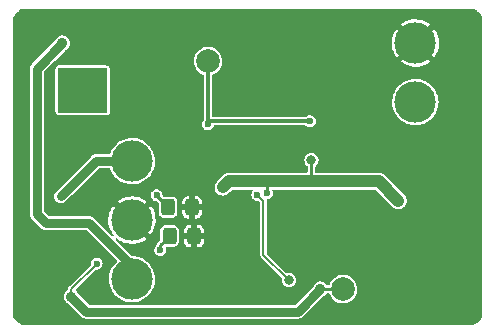
<source format=gbr>
G04 #@! TF.GenerationSoftware,KiCad,Pcbnew,(6.0.9-0)*
G04 #@! TF.CreationDate,2023-07-05T23:25:05+02:00*
G04 #@! TF.ProjectId,dcdc_7909,64636463-5f37-4393-9039-2e6b69636164,2.0*
G04 #@! TF.SameCoordinates,Original*
G04 #@! TF.FileFunction,Copper,L2,Bot*
G04 #@! TF.FilePolarity,Positive*
%FSLAX46Y46*%
G04 Gerber Fmt 4.6, Leading zero omitted, Abs format (unit mm)*
G04 Created by KiCad (PCBNEW (6.0.9-0)) date 2023-07-05 23:25:05*
%MOMM*%
%LPD*%
G01*
G04 APERTURE LIST*
G04 Aperture macros list*
%AMRoundRect*
0 Rectangle with rounded corners*
0 $1 Rounding radius*
0 $2 $3 $4 $5 $6 $7 $8 $9 X,Y pos of 4 corners*
0 Add a 4 corners polygon primitive as box body*
4,1,4,$2,$3,$4,$5,$6,$7,$8,$9,$2,$3,0*
0 Add four circle primitives for the rounded corners*
1,1,$1+$1,$2,$3*
1,1,$1+$1,$4,$5*
1,1,$1+$1,$6,$7*
1,1,$1+$1,$8,$9*
0 Add four rect primitives between the rounded corners*
20,1,$1+$1,$2,$3,$4,$5,0*
20,1,$1+$1,$4,$5,$6,$7,0*
20,1,$1+$1,$6,$7,$8,$9,0*
20,1,$1+$1,$8,$9,$2,$3,0*%
G04 Aperture macros list end*
G04 #@! TA.AperFunction,ComponentPad*
%ADD10C,3.500120*%
G04 #@! TD*
G04 #@! TA.AperFunction,SMDPad,CuDef*
%ADD11RoundRect,0.250000X0.325000X0.450000X-0.325000X0.450000X-0.325000X-0.450000X0.325000X-0.450000X0*%
G04 #@! TD*
G04 #@! TA.AperFunction,SMDPad,CuDef*
%ADD12RoundRect,0.250000X-0.325000X-0.450000X0.325000X-0.450000X0.325000X0.450000X-0.325000X0.450000X0*%
G04 #@! TD*
G04 #@! TA.AperFunction,SMDPad,CuDef*
%ADD13C,2.000000*%
G04 #@! TD*
G04 #@! TA.AperFunction,ViaPad*
%ADD14C,0.600000*%
G04 #@! TD*
G04 #@! TA.AperFunction,ViaPad*
%ADD15C,0.800000*%
G04 #@! TD*
G04 #@! TA.AperFunction,ViaPad*
%ADD16C,0.900000*%
G04 #@! TD*
G04 #@! TA.AperFunction,ViaPad*
%ADD17C,0.700000*%
G04 #@! TD*
G04 #@! TA.AperFunction,Conductor*
%ADD18C,1.016000*%
G04 #@! TD*
G04 #@! TA.AperFunction,Conductor*
%ADD19C,0.254000*%
G04 #@! TD*
G04 #@! TA.AperFunction,Conductor*
%ADD20C,0.250000*%
G04 #@! TD*
G04 #@! TA.AperFunction,Conductor*
%ADD21C,0.152400*%
G04 #@! TD*
G04 #@! TA.AperFunction,Conductor*
%ADD22C,0.762000*%
G04 #@! TD*
G04 #@! TA.AperFunction,Conductor*
%ADD23C,0.304800*%
G04 #@! TD*
G04 APERTURE END LIST*
D10*
X89200000Y-67010000D03*
X89200000Y-72010000D03*
X113200000Y-62010000D03*
X113200000Y-57010000D03*
X89200000Y-77010000D03*
D11*
X94302800Y-70916800D03*
X92252800Y-70916800D03*
D12*
X92387200Y-73355200D03*
X94437200Y-73355200D03*
D13*
X95631000Y-58547000D03*
X107061000Y-77851000D03*
D14*
X100629844Y-69723000D03*
D15*
X104394000Y-66929000D03*
D16*
X96901000Y-69215000D03*
X111760000Y-70358000D03*
D15*
X84963000Y-57525500D03*
D17*
X83841000Y-73985000D03*
D14*
X117475000Y-78359000D03*
X79756000Y-57658000D03*
X100457000Y-61341000D03*
X114935000Y-80010000D03*
X86360000Y-78105000D03*
X117475000Y-80010000D03*
X117475000Y-75289500D03*
X79756000Y-60198000D03*
X105664000Y-70993000D03*
X100330000Y-55118000D03*
D17*
X82317000Y-73985000D03*
D14*
X107442000Y-63373000D03*
X103632000Y-70358000D03*
X109728000Y-70231000D03*
X98933000Y-60071000D03*
X97790000Y-72136000D03*
X80010000Y-76200000D03*
X79756000Y-78486000D03*
X110490000Y-57150000D03*
X107950000Y-55118000D03*
X92710000Y-57150000D03*
X107442000Y-60960000D03*
X79756000Y-61468000D03*
X106045000Y-73914000D03*
X108331000Y-63373000D03*
X83058000Y-80010000D03*
X97790000Y-77470000D03*
X90932000Y-65125600D03*
X110490000Y-77470000D03*
X102870000Y-55118000D03*
D17*
X85365000Y-74747000D03*
D14*
X108331000Y-60960000D03*
X107950000Y-57150000D03*
X84074000Y-66548000D03*
X95250000Y-55880000D03*
D17*
X84603000Y-73985000D03*
D14*
X109347000Y-73152000D03*
X109220000Y-80010000D03*
D17*
X82317000Y-74747000D03*
D14*
X109982000Y-64262000D03*
X105410000Y-55118000D03*
X97790000Y-65532000D03*
X99568000Y-74422000D03*
X105410000Y-57150000D03*
X79502000Y-65024000D03*
X99568000Y-78486000D03*
X102616000Y-70358000D03*
X88138000Y-69596000D03*
X94208000Y-78740000D03*
X114921000Y-75289500D03*
X110490000Y-55118000D03*
X103632000Y-74295000D03*
X97790000Y-55118000D03*
X97790000Y-78486000D03*
X94234000Y-77216000D03*
X104394000Y-65405000D03*
X79756000Y-58928000D03*
X100457000Y-62865000D03*
X103124000Y-71120000D03*
X97790000Y-67056000D03*
X102616000Y-69723000D03*
X103886000Y-76962000D03*
D17*
X85365000Y-73985000D03*
D14*
X96520000Y-64770000D03*
D17*
X83841000Y-74747000D03*
D14*
X90932000Y-63398400D03*
D17*
X84603000Y-74747000D03*
D14*
X86360000Y-65532000D03*
X113030000Y-64770000D03*
X111760000Y-64770000D03*
X100330000Y-57150000D03*
X112395000Y-75289500D03*
X102870000Y-57150000D03*
X118110000Y-62865000D03*
X117475000Y-74019500D03*
X97790000Y-57150000D03*
X80772000Y-80010000D03*
X90170000Y-57150000D03*
D17*
X83079000Y-73985000D03*
D14*
X106680000Y-80010000D03*
X103632000Y-69723000D03*
X111760000Y-68453000D03*
X97790000Y-70358000D03*
X79756000Y-62738000D03*
D17*
X83079000Y-74747000D03*
D14*
X111760000Y-80010000D03*
X88900000Y-58674000D03*
X105029000Y-60071000D03*
X112395000Y-74019500D03*
X114817000Y-66548000D03*
X99568000Y-64770000D03*
X96012000Y-73914000D03*
X92710000Y-55118000D03*
X90170000Y-55118000D03*
X114921000Y-74019500D03*
D15*
X102489000Y-77089000D03*
D14*
X99822000Y-69850000D03*
X86207600Y-75692000D03*
D16*
X105156000Y-77851000D03*
X84074000Y-78486000D03*
D17*
X86169500Y-61462500D03*
X86169500Y-60700500D03*
X85407500Y-60700500D03*
X85407500Y-61462500D03*
X84645500Y-61462500D03*
X84645500Y-60700500D03*
X83883500Y-60700500D03*
X83883500Y-61462500D03*
D14*
X95631000Y-63881000D03*
X104267000Y-63627000D03*
X83185000Y-69977000D03*
D16*
X83312000Y-57023000D03*
D14*
X91287600Y-69900800D03*
X91592400Y-74523600D03*
D18*
X97409000Y-68707000D02*
X96901000Y-69215000D01*
D19*
X104394000Y-68453000D02*
X104140000Y-68707000D01*
D20*
X100629844Y-69723000D02*
X100629844Y-68788156D01*
D19*
X104394000Y-66929000D02*
X104394000Y-68453000D01*
D18*
X100711000Y-68707000D02*
X97409000Y-68707000D01*
D20*
X100629844Y-68788156D02*
X100711000Y-68707000D01*
D18*
X104140000Y-68707000D02*
X100711000Y-68707000D01*
X110109000Y-68707000D02*
X111760000Y-70358000D01*
X104140000Y-68707000D02*
X110109000Y-68707000D01*
D21*
X100330000Y-74930000D02*
X100330000Y-70358000D01*
X100330000Y-70358000D02*
X99822000Y-69850000D01*
X100330000Y-74930000D02*
X102489000Y-77089000D01*
X84074000Y-77825600D02*
X84074000Y-78486000D01*
D22*
X105156000Y-77851000D02*
X103251000Y-79756000D01*
X103251000Y-79756000D02*
X85344000Y-79756000D01*
X85344000Y-79756000D02*
X84074000Y-78486000D01*
D21*
X86207600Y-75692000D02*
X84074000Y-77825600D01*
D19*
X107061000Y-77851000D02*
X105156000Y-77851000D01*
D23*
X95631000Y-58547000D02*
X95631000Y-63881000D01*
X95885000Y-63627000D02*
X95631000Y-63881000D01*
X104267000Y-63627000D02*
X95885000Y-63627000D01*
D22*
X86152000Y-67010000D02*
X83185000Y-69977000D01*
X89200000Y-67010000D02*
X86152000Y-67010000D01*
X85598000Y-72263000D02*
X89200000Y-75865000D01*
X83312000Y-57023000D02*
X81153000Y-59182000D01*
X81153000Y-71501000D02*
X81915000Y-72263000D01*
X81915000Y-72263000D02*
X85598000Y-72263000D01*
X89200000Y-75865000D02*
X89200000Y-77010000D01*
X81153000Y-59182000D02*
X81153000Y-71501000D01*
D19*
X91287600Y-69951600D02*
X92252800Y-70916800D01*
X91287600Y-69900800D02*
X91287600Y-69951600D01*
X91592400Y-74523600D02*
X91592400Y-74150000D01*
X91592400Y-74150000D02*
X92387200Y-73355200D01*
G04 #@! TA.AperFunction,Conductor*
G36*
X118169242Y-54133626D02*
G01*
X118175523Y-54136228D01*
X118186030Y-54141581D01*
X118376644Y-54258390D01*
X118386173Y-54265314D01*
X118485446Y-54350102D01*
X118556160Y-54410497D01*
X118564503Y-54418840D01*
X118709686Y-54588827D01*
X118716610Y-54598356D01*
X118833417Y-54788966D01*
X118838772Y-54799477D01*
X118841374Y-54805758D01*
X118847100Y-54834539D01*
X118847100Y-80140461D01*
X118841374Y-80169242D01*
X118838772Y-80175523D01*
X118833419Y-80186030D01*
X118716610Y-80376644D01*
X118709686Y-80386173D01*
X118624898Y-80485446D01*
X118564503Y-80556160D01*
X118556160Y-80564503D01*
X118386173Y-80709686D01*
X118376644Y-80716610D01*
X118186030Y-80833419D01*
X118175523Y-80838772D01*
X118169242Y-80841374D01*
X118140461Y-80847100D01*
X79859539Y-80847100D01*
X79830758Y-80841374D01*
X79824477Y-80838772D01*
X79813970Y-80833419D01*
X79623356Y-80716610D01*
X79613827Y-80709686D01*
X79443840Y-80564503D01*
X79435497Y-80556160D01*
X79375102Y-80485446D01*
X79290314Y-80386173D01*
X79283390Y-80376644D01*
X79166581Y-80186030D01*
X79161228Y-80175523D01*
X79158626Y-80169242D01*
X79152900Y-80140461D01*
X79152900Y-78479138D01*
X83418758Y-78479138D01*
X83419255Y-78483640D01*
X83419255Y-78483644D01*
X83426957Y-78553407D01*
X83436035Y-78635633D01*
X83437591Y-78639885D01*
X83437592Y-78639889D01*
X83463175Y-78709796D01*
X83490143Y-78783490D01*
X83492667Y-78787246D01*
X83492669Y-78787250D01*
X83575432Y-78910414D01*
X83575435Y-78910418D01*
X83577958Y-78914172D01*
X83581310Y-78917222D01*
X83691053Y-79017081D01*
X83691056Y-79017083D01*
X83694410Y-79020135D01*
X83698396Y-79022299D01*
X83698397Y-79022300D01*
X83758358Y-79054856D01*
X83832776Y-79095262D01*
X83851205Y-79100097D01*
X83885294Y-79119660D01*
X84902380Y-80136746D01*
X84908865Y-80144140D01*
X84929269Y-80170731D01*
X84933176Y-80173729D01*
X84959762Y-80194129D01*
X84959769Y-80194135D01*
X85050741Y-80263939D01*
X85192198Y-80322533D01*
X85197076Y-80323175D01*
X85197079Y-80323176D01*
X85247319Y-80329790D01*
X85305884Y-80337500D01*
X85305886Y-80337500D01*
X85344000Y-80342518D01*
X85377230Y-80338143D01*
X85387046Y-80337500D01*
X103207953Y-80337500D01*
X103217768Y-80338143D01*
X103251000Y-80342518D01*
X103255884Y-80341875D01*
X103397921Y-80323176D01*
X103397924Y-80323175D01*
X103402802Y-80322533D01*
X103407349Y-80320649D01*
X103407351Y-80320649D01*
X103473530Y-80293237D01*
X103544259Y-80263940D01*
X103635231Y-80194135D01*
X103635234Y-80194132D01*
X103665731Y-80170731D01*
X103686135Y-80144140D01*
X103692620Y-80136746D01*
X105341765Y-78487600D01*
X105369469Y-78470019D01*
X105373549Y-78468550D01*
X105377968Y-78467538D01*
X105518625Y-78396795D01*
X105638348Y-78294542D01*
X105640990Y-78290865D01*
X105640993Y-78290862D01*
X105699230Y-78209817D01*
X105741724Y-78180830D01*
X105760298Y-78178500D01*
X105846987Y-78178500D01*
X105895325Y-78196093D01*
X105919873Y-78235190D01*
X105924511Y-78253452D01*
X106016883Y-78453821D01*
X106018879Y-78456645D01*
X106142232Y-78631187D01*
X106142235Y-78631191D01*
X106144222Y-78634002D01*
X106146689Y-78636405D01*
X106293307Y-78779235D01*
X106302264Y-78787961D01*
X106485717Y-78910540D01*
X106488879Y-78911899D01*
X106488880Y-78911899D01*
X106685270Y-78996275D01*
X106685272Y-78996276D01*
X106688436Y-78997635D01*
X106903632Y-79046329D01*
X107030785Y-79051325D01*
X107120654Y-79054856D01*
X107120657Y-79054856D01*
X107124098Y-79054991D01*
X107127503Y-79054497D01*
X107127508Y-79054497D01*
X107283130Y-79031932D01*
X107342452Y-79023331D01*
X107360864Y-79017081D01*
X107548116Y-78953518D01*
X107548119Y-78953516D01*
X107551379Y-78952410D01*
X107743884Y-78844602D01*
X107913518Y-78703518D01*
X108054602Y-78533884D01*
X108162410Y-78341379D01*
X108177311Y-78297484D01*
X108232221Y-78135722D01*
X108233331Y-78132452D01*
X108264991Y-77914098D01*
X108266643Y-77851000D01*
X108262107Y-77801630D01*
X108254450Y-77718309D01*
X108246454Y-77631289D01*
X108186565Y-77418936D01*
X108184447Y-77414640D01*
X108097951Y-77239245D01*
X108088980Y-77221053D01*
X107956967Y-77044267D01*
X107794949Y-76894499D01*
X107792038Y-76892662D01*
X107611261Y-76778600D01*
X107611255Y-76778597D01*
X107608350Y-76776764D01*
X107403421Y-76695006D01*
X107187024Y-76651962D01*
X107053457Y-76650214D01*
X106969849Y-76649119D01*
X106969848Y-76649119D01*
X106966406Y-76649074D01*
X106963015Y-76649657D01*
X106963011Y-76649657D01*
X106752349Y-76685855D01*
X106752347Y-76685855D01*
X106748957Y-76686438D01*
X106541957Y-76762804D01*
X106352341Y-76875614D01*
X106349748Y-76877888D01*
X106199103Y-77010000D01*
X106186457Y-77021090D01*
X106184323Y-77023796D01*
X106184321Y-77023799D01*
X106096900Y-77134694D01*
X106049863Y-77194360D01*
X106048260Y-77197408D01*
X106048258Y-77197410D01*
X105985898Y-77315937D01*
X105947131Y-77389620D01*
X105921986Y-77470600D01*
X105890850Y-77511546D01*
X105850169Y-77523500D01*
X105759840Y-77523500D01*
X105711502Y-77505907D01*
X105697866Y-77490894D01*
X105650099Y-77421393D01*
X105650098Y-77421392D01*
X105647531Y-77417657D01*
X105638437Y-77409554D01*
X105533363Y-77315937D01*
X105529976Y-77312919D01*
X105525971Y-77310799D01*
X105525969Y-77310797D01*
X105394839Y-77241367D01*
X105394838Y-77241367D01*
X105390831Y-77239245D01*
X105307397Y-77218288D01*
X105242529Y-77201994D01*
X105242525Y-77201994D01*
X105238128Y-77200889D01*
X105233594Y-77200865D01*
X105233592Y-77200865D01*
X105157885Y-77200469D01*
X105080684Y-77200065D01*
X104927588Y-77236820D01*
X104787679Y-77309032D01*
X104784265Y-77312010D01*
X104784261Y-77312013D01*
X104692754Y-77391841D01*
X104669034Y-77412533D01*
X104578501Y-77541348D01*
X104576853Y-77545575D01*
X104542832Y-77632835D01*
X104525943Y-77658692D01*
X103032160Y-79152474D01*
X102985540Y-79174214D01*
X102978986Y-79174500D01*
X85616014Y-79174500D01*
X85567676Y-79156907D01*
X85562840Y-79152474D01*
X84703774Y-78293408D01*
X84686603Y-78266815D01*
X84656314Y-78186656D01*
X84656313Y-78186654D01*
X84654710Y-78182412D01*
X84565531Y-78052657D01*
X84559780Y-78047533D01*
X84451936Y-77951447D01*
X84427549Y-77906155D01*
X84437980Y-77855784D01*
X84448787Y-77842126D01*
X86077658Y-76213255D01*
X86124278Y-76191515D01*
X86132210Y-76191242D01*
X86264737Y-76193672D01*
X86264739Y-76193672D01*
X86270099Y-76193770D01*
X86275270Y-76192360D01*
X86275272Y-76192360D01*
X86349483Y-76172127D01*
X86408417Y-76156060D01*
X86530591Y-76081045D01*
X86626800Y-75974754D01*
X86689310Y-75845733D01*
X86704469Y-75755633D01*
X86712614Y-75707222D01*
X86712615Y-75707215D01*
X86713096Y-75704354D01*
X86713247Y-75692000D01*
X86712835Y-75689121D01*
X86693682Y-75555379D01*
X86693681Y-75555376D01*
X86692923Y-75550082D01*
X86690708Y-75545210D01*
X86690707Y-75545207D01*
X86635803Y-75424453D01*
X86633584Y-75419572D01*
X86591718Y-75370984D01*
X86543494Y-75315017D01*
X86543491Y-75315014D01*
X86540000Y-75310963D01*
X86419695Y-75232985D01*
X86372694Y-75218929D01*
X86287473Y-75193442D01*
X86287470Y-75193442D01*
X86282339Y-75191907D01*
X86276984Y-75191874D01*
X86276982Y-75191874D01*
X86212859Y-75191482D01*
X86138976Y-75191031D01*
X86001129Y-75230428D01*
X85879880Y-75306930D01*
X85876335Y-75310943D01*
X85876336Y-75310943D01*
X85788523Y-75410372D01*
X85788521Y-75410375D01*
X85784977Y-75414388D01*
X85724047Y-75544163D01*
X85701991Y-75685823D01*
X85702685Y-75691130D01*
X85702685Y-75691133D01*
X85711120Y-75755633D01*
X85699943Y-75805844D01*
X85689729Y-75818558D01*
X83913663Y-77594624D01*
X83910124Y-77597679D01*
X83906167Y-77599613D01*
X83901448Y-77604700D01*
X83901447Y-77604701D01*
X83874981Y-77633232D01*
X83873023Y-77635264D01*
X83860145Y-77648142D01*
X83858184Y-77651000D01*
X83856790Y-77652678D01*
X83854086Y-77655757D01*
X83840787Y-77670093D01*
X83840786Y-77670095D01*
X83836065Y-77675184D01*
X83831479Y-77686681D01*
X83823644Y-77701352D01*
X83816644Y-77711556D01*
X83810711Y-77736556D01*
X83807390Y-77747056D01*
X83797868Y-77770924D01*
X83797300Y-77776717D01*
X83797300Y-77784267D01*
X83795268Y-77801630D01*
X83792843Y-77811850D01*
X83793779Y-77818728D01*
X83793779Y-77818729D01*
X83796613Y-77839552D01*
X83797300Y-77849693D01*
X83797300Y-77850931D01*
X83779707Y-77899269D01*
X83756590Y-77917755D01*
X83705679Y-77944032D01*
X83702265Y-77947010D01*
X83702261Y-77947013D01*
X83637992Y-78003079D01*
X83587034Y-78047533D01*
X83496501Y-78176348D01*
X83439309Y-78323039D01*
X83418758Y-78479138D01*
X79152900Y-78479138D01*
X79152900Y-71501000D01*
X80566482Y-71501000D01*
X80567125Y-71505884D01*
X80585358Y-71644377D01*
X80586467Y-71652802D01*
X80588351Y-71657349D01*
X80588351Y-71657351D01*
X80605334Y-71698351D01*
X80645060Y-71794259D01*
X80648058Y-71798166D01*
X80714862Y-71885228D01*
X80714868Y-71885234D01*
X80738269Y-71915731D01*
X80742176Y-71918729D01*
X80764859Y-71936134D01*
X80772254Y-71942620D01*
X81473377Y-72643742D01*
X81479863Y-72651138D01*
X81497268Y-72673821D01*
X81497271Y-72673824D01*
X81500269Y-72677731D01*
X81504176Y-72680729D01*
X81525801Y-72697322D01*
X81530770Y-72701135D01*
X81621741Y-72770940D01*
X81721767Y-72812371D01*
X81763198Y-72829533D01*
X81821304Y-72837183D01*
X81876882Y-72844500D01*
X81876885Y-72844500D01*
X81915000Y-72849518D01*
X81919884Y-72848875D01*
X81948232Y-72845143D01*
X81958047Y-72844500D01*
X85325986Y-72844500D01*
X85374324Y-72862093D01*
X85379160Y-72866526D01*
X87930970Y-75418335D01*
X87952710Y-75464955D01*
X87939396Y-75514642D01*
X87929705Y-75525920D01*
X87898824Y-75555379D01*
X87755608Y-75692000D01*
X87753620Y-75693896D01*
X87582609Y-75910822D01*
X87443869Y-76149680D01*
X87340169Y-76405704D01*
X87273577Y-76673785D01*
X87245423Y-76948575D01*
X87256268Y-77224590D01*
X87305895Y-77496324D01*
X87393315Y-77758354D01*
X87394500Y-77760725D01*
X87394501Y-77760728D01*
X87487583Y-77947013D01*
X87516783Y-78005452D01*
X87673836Y-78232688D01*
X87675637Y-78234637D01*
X87675640Y-78234640D01*
X87801585Y-78370887D01*
X87861339Y-78435529D01*
X88075553Y-78609926D01*
X88077826Y-78611294D01*
X88077831Y-78611298D01*
X88241436Y-78709796D01*
X88312203Y-78752401D01*
X88314640Y-78753433D01*
X88314644Y-78753435D01*
X88564116Y-78859073D01*
X88564121Y-78859075D01*
X88566566Y-78860110D01*
X88736837Y-78905256D01*
X88830999Y-78930223D01*
X88831001Y-78930223D01*
X88833568Y-78930904D01*
X88836201Y-78931216D01*
X88836203Y-78931216D01*
X88947597Y-78944400D01*
X89107881Y-78963371D01*
X89227081Y-78960562D01*
X89381372Y-78956926D01*
X89381376Y-78956926D01*
X89384033Y-78956863D01*
X89386655Y-78956427D01*
X89386661Y-78956426D01*
X89607513Y-78919666D01*
X89656512Y-78911510D01*
X89659033Y-78910713D01*
X89659040Y-78910711D01*
X89917353Y-78829017D01*
X89919883Y-78828217D01*
X90168890Y-78708645D01*
X90398565Y-78555181D01*
X90604326Y-78370887D01*
X90606028Y-78368862D01*
X90606034Y-78368856D01*
X90765898Y-78178674D01*
X90782067Y-78159439D01*
X90928241Y-77925056D01*
X90933086Y-77914098D01*
X91038855Y-77674852D01*
X91039932Y-77672416D01*
X91114911Y-77406559D01*
X91151683Y-77132789D01*
X91155542Y-77010000D01*
X91136033Y-76734462D01*
X91077895Y-76464421D01*
X90982287Y-76205266D01*
X90981028Y-76202933D01*
X90981025Y-76202926D01*
X90913118Y-76077073D01*
X90851119Y-75962168D01*
X90687006Y-75739977D01*
X90685141Y-75738082D01*
X90495091Y-75545023D01*
X90495087Y-75545019D01*
X90493223Y-75543126D01*
X90273637Y-75375544D01*
X90271321Y-75374247D01*
X90271315Y-75374243D01*
X90034952Y-75241874D01*
X90034953Y-75241874D01*
X90032629Y-75240573D01*
X89775008Y-75140907D01*
X89772420Y-75140307D01*
X89772413Y-75140305D01*
X89583118Y-75096429D01*
X89505914Y-75078534D01*
X89314077Y-75061919D01*
X89237599Y-75055295D01*
X89190914Y-75033549D01*
X88674788Y-74517423D01*
X91086791Y-74517423D01*
X91087485Y-74522730D01*
X91087485Y-74522733D01*
X91088833Y-74533042D01*
X91105380Y-74659579D01*
X91163120Y-74790803D01*
X91255370Y-74900548D01*
X91259829Y-74903516D01*
X91259830Y-74903517D01*
X91346651Y-74961310D01*
X91374713Y-74979990D01*
X91379825Y-74981587D01*
X91379827Y-74981588D01*
X91412787Y-74991885D01*
X91511557Y-75022742D01*
X91571530Y-75023842D01*
X91649537Y-75025272D01*
X91649539Y-75025272D01*
X91654899Y-75025370D01*
X91660070Y-75023960D01*
X91660072Y-75023960D01*
X91736019Y-75003254D01*
X91793217Y-74987660D01*
X91915391Y-74912645D01*
X92011600Y-74806354D01*
X92019135Y-74790803D01*
X92071774Y-74682154D01*
X92074110Y-74677333D01*
X92083567Y-74621122D01*
X92097414Y-74538822D01*
X92097415Y-74538815D01*
X92097896Y-74535954D01*
X92098047Y-74523600D01*
X92097635Y-74520721D01*
X92078482Y-74386979D01*
X92078481Y-74386976D01*
X92077723Y-74381682D01*
X92068785Y-74362024D01*
X92064795Y-74310739D01*
X92094704Y-74268888D01*
X92137242Y-74255700D01*
X92766034Y-74255700D01*
X92767786Y-74255534D01*
X92767794Y-74255534D01*
X92793003Y-74253151D01*
X92793006Y-74253150D01*
X92797569Y-74252719D01*
X92925384Y-74207834D01*
X93034350Y-74127350D01*
X93114834Y-74018384D01*
X93159719Y-73890569D01*
X93160824Y-73878887D01*
X93162534Y-73860794D01*
X93162534Y-73860786D01*
X93162700Y-73859034D01*
X93162700Y-73850871D01*
X93608201Y-73850871D01*
X93608421Y-73854940D01*
X93614386Y-73909851D01*
X93616550Y-73918955D01*
X93663693Y-74044709D01*
X93668783Y-74054006D01*
X93748943Y-74160964D01*
X93756436Y-74168457D01*
X93863394Y-74248617D01*
X93872691Y-74253707D01*
X93998444Y-74300850D01*
X94007551Y-74303015D01*
X94062461Y-74308980D01*
X94066527Y-74309200D01*
X94169941Y-74309200D01*
X94180098Y-74305503D01*
X94183200Y-74300131D01*
X94183200Y-74295940D01*
X94691200Y-74295940D01*
X94694897Y-74306097D01*
X94700269Y-74309199D01*
X94807871Y-74309199D01*
X94811940Y-74308979D01*
X94866851Y-74303014D01*
X94875955Y-74300850D01*
X95001709Y-74253707D01*
X95011006Y-74248617D01*
X95117964Y-74168457D01*
X95125457Y-74160964D01*
X95205617Y-74054006D01*
X95210707Y-74044709D01*
X95257850Y-73918956D01*
X95260015Y-73909849D01*
X95265980Y-73854939D01*
X95266200Y-73850873D01*
X95266200Y-73622459D01*
X95262503Y-73612302D01*
X95257131Y-73609200D01*
X94704459Y-73609200D01*
X94694302Y-73612897D01*
X94691200Y-73618269D01*
X94691200Y-74295940D01*
X94183200Y-74295940D01*
X94183200Y-73622459D01*
X94179503Y-73612302D01*
X94174131Y-73609200D01*
X93621460Y-73609200D01*
X93611303Y-73612897D01*
X93608201Y-73618269D01*
X93608201Y-73850871D01*
X93162700Y-73850871D01*
X93162700Y-73087941D01*
X93608200Y-73087941D01*
X93611897Y-73098098D01*
X93617269Y-73101200D01*
X94169941Y-73101200D01*
X94180098Y-73097503D01*
X94183200Y-73092131D01*
X94183200Y-73087941D01*
X94691200Y-73087941D01*
X94694897Y-73098098D01*
X94700269Y-73101200D01*
X95252940Y-73101200D01*
X95263097Y-73097503D01*
X95266199Y-73092131D01*
X95266199Y-72859529D01*
X95265979Y-72855460D01*
X95260014Y-72800549D01*
X95257850Y-72791445D01*
X95210707Y-72665691D01*
X95205617Y-72656394D01*
X95125457Y-72549436D01*
X95117964Y-72541943D01*
X95011006Y-72461783D01*
X95001709Y-72456693D01*
X94875956Y-72409550D01*
X94866849Y-72407385D01*
X94811939Y-72401420D01*
X94807873Y-72401200D01*
X94704459Y-72401200D01*
X94694302Y-72404897D01*
X94691200Y-72410269D01*
X94691200Y-73087941D01*
X94183200Y-73087941D01*
X94183200Y-72414460D01*
X94179503Y-72404303D01*
X94174131Y-72401201D01*
X94066529Y-72401201D01*
X94062460Y-72401421D01*
X94007549Y-72407386D01*
X93998445Y-72409550D01*
X93872691Y-72456693D01*
X93863394Y-72461783D01*
X93756436Y-72541943D01*
X93748943Y-72549436D01*
X93668783Y-72656394D01*
X93663693Y-72665691D01*
X93616550Y-72791444D01*
X93614385Y-72800551D01*
X93608420Y-72855461D01*
X93608200Y-72859527D01*
X93608200Y-73087941D01*
X93162700Y-73087941D01*
X93162700Y-72851366D01*
X93162534Y-72849606D01*
X93160151Y-72824397D01*
X93160150Y-72824394D01*
X93159719Y-72819831D01*
X93114834Y-72692016D01*
X93034350Y-72583050D01*
X92925384Y-72502566D01*
X92797569Y-72457681D01*
X92793006Y-72457250D01*
X92793003Y-72457249D01*
X92767794Y-72454866D01*
X92767786Y-72454866D01*
X92766034Y-72454700D01*
X92008366Y-72454700D01*
X92006614Y-72454866D01*
X92006606Y-72454866D01*
X91981397Y-72457249D01*
X91981394Y-72457250D01*
X91976831Y-72457681D01*
X91849016Y-72502566D01*
X91740050Y-72583050D01*
X91659566Y-72692016D01*
X91614681Y-72819831D01*
X91614250Y-72824394D01*
X91614249Y-72824397D01*
X91611866Y-72849606D01*
X91611700Y-72851366D01*
X91611700Y-73636398D01*
X91594107Y-73684736D01*
X91589674Y-73689572D01*
X91373262Y-73905984D01*
X91368426Y-73910417D01*
X91337650Y-73936240D01*
X91334361Y-73941937D01*
X91317565Y-73971028D01*
X91314040Y-73976561D01*
X91294780Y-74004066D01*
X91294778Y-74004070D01*
X91291006Y-74009457D01*
X91289303Y-74015811D01*
X91286961Y-74020834D01*
X91285085Y-74025363D01*
X91283193Y-74030563D01*
X91279903Y-74036261D01*
X91272925Y-74075836D01*
X91271510Y-74082213D01*
X91262816Y-74114658D01*
X91262816Y-74114661D01*
X91261113Y-74121016D01*
X91261181Y-74121790D01*
X91243902Y-74162057D01*
X91173323Y-74241972D01*
X91173321Y-74241975D01*
X91169777Y-74245988D01*
X91166617Y-74252719D01*
X91115298Y-74362024D01*
X91108847Y-74375763D01*
X91086791Y-74517423D01*
X88674788Y-74517423D01*
X87828957Y-73671592D01*
X87807217Y-73624972D01*
X87820531Y-73575285D01*
X87862668Y-73545780D01*
X87913912Y-73550264D01*
X87929609Y-73560101D01*
X88042650Y-73652130D01*
X88046991Y-73655181D01*
X88285576Y-73798822D01*
X88290293Y-73801226D01*
X88546742Y-73909818D01*
X88551769Y-73911538D01*
X88820948Y-73982910D01*
X88826152Y-73983903D01*
X89102712Y-74016636D01*
X89108019Y-74016886D01*
X89386419Y-74010325D01*
X89391708Y-74009825D01*
X89666414Y-73964101D01*
X89671562Y-73962866D01*
X89937098Y-73878887D01*
X89942025Y-73876936D01*
X90193061Y-73756390D01*
X90197682Y-73753754D01*
X90418564Y-73606166D01*
X90424956Y-73597449D01*
X90424728Y-73593977D01*
X90424643Y-73593853D01*
X88841212Y-72010422D01*
X89564018Y-72010422D01*
X89565623Y-72016413D01*
X90777134Y-73227924D01*
X90786933Y-73232493D01*
X90791605Y-73231241D01*
X90823745Y-73193006D01*
X90826870Y-73188705D01*
X90974234Y-72952414D01*
X90976720Y-72947719D01*
X91089321Y-72693021D01*
X91091120Y-72688025D01*
X91166715Y-72419985D01*
X91167786Y-72414812D01*
X91204958Y-72138062D01*
X91205274Y-72134234D01*
X91209119Y-72011910D01*
X91209044Y-72008091D01*
X91189323Y-71729562D01*
X91188575Y-71724304D01*
X91129960Y-71452051D01*
X91128482Y-71446964D01*
X91032092Y-71185689D01*
X91029910Y-71180854D01*
X90897668Y-70935768D01*
X90894826Y-70931289D01*
X90793564Y-70794190D01*
X90784555Y-70788216D01*
X90780540Y-70788670D01*
X89568587Y-72000623D01*
X89564018Y-72010422D01*
X88841212Y-72010422D01*
X87623982Y-70793192D01*
X87614183Y-70788623D01*
X87609913Y-70789767D01*
X87539896Y-70878583D01*
X87536907Y-70882982D01*
X87397040Y-71123779D01*
X87394704Y-71128548D01*
X87290153Y-71386670D01*
X87288517Y-71391708D01*
X87221382Y-71661976D01*
X87220467Y-71667218D01*
X87192084Y-71944239D01*
X87191917Y-71949551D01*
X87202851Y-72227826D01*
X87203432Y-72233089D01*
X87253464Y-72507040D01*
X87254785Y-72512185D01*
X87342921Y-72776362D01*
X87344947Y-72781254D01*
X87469429Y-73030382D01*
X87472126Y-73034941D01*
X87626204Y-73257872D01*
X87639214Y-73307639D01*
X87617191Y-73354126D01*
X87570439Y-73375580D01*
X87520834Y-73361964D01*
X87511168Y-73353802D01*
X86039620Y-71882254D01*
X86033134Y-71874859D01*
X86030020Y-71870800D01*
X86012731Y-71848269D01*
X85982234Y-71824868D01*
X85982231Y-71824865D01*
X85891259Y-71755060D01*
X85812806Y-71722564D01*
X85754351Y-71698351D01*
X85754349Y-71698351D01*
X85749802Y-71696467D01*
X85744924Y-71695825D01*
X85744921Y-71695824D01*
X85636116Y-71681500D01*
X85602884Y-71677125D01*
X85598000Y-71676482D01*
X85593116Y-71677125D01*
X85564768Y-71680857D01*
X85554953Y-71681500D01*
X82187013Y-71681500D01*
X82138675Y-71663907D01*
X82133851Y-71659486D01*
X81756524Y-71282158D01*
X81734786Y-71235540D01*
X81734500Y-71228986D01*
X81734500Y-69977000D01*
X82598482Y-69977000D01*
X82599125Y-69981884D01*
X82617480Y-70121303D01*
X82618467Y-70128802D01*
X82620351Y-70133349D01*
X82620351Y-70133351D01*
X82647764Y-70199531D01*
X82677060Y-70270259D01*
X82719196Y-70325172D01*
X82762366Y-70381431D01*
X82770269Y-70391731D01*
X82774176Y-70394729D01*
X82808581Y-70421129D01*
X82891741Y-70484940D01*
X82937179Y-70503761D01*
X83028649Y-70541649D01*
X83028651Y-70541649D01*
X83033198Y-70543533D01*
X83038076Y-70544175D01*
X83038079Y-70544176D01*
X83180116Y-70562875D01*
X83185000Y-70563518D01*
X83189884Y-70562875D01*
X83331921Y-70544176D01*
X83331924Y-70544175D01*
X83336802Y-70543533D01*
X83341349Y-70541649D01*
X83341351Y-70541649D01*
X83432821Y-70503761D01*
X83478259Y-70484940D01*
X83556581Y-70424842D01*
X87977520Y-70424842D01*
X87977893Y-70428683D01*
X89190623Y-71641413D01*
X89200422Y-71645982D01*
X89206413Y-71644377D01*
X90416777Y-70434013D01*
X90421346Y-70424214D01*
X90420252Y-70420132D01*
X90305202Y-70332329D01*
X90300763Y-70329412D01*
X90057786Y-70193338D01*
X90052991Y-70191082D01*
X89793261Y-70090601D01*
X89788186Y-70089040D01*
X89516897Y-70026158D01*
X89511657Y-70025328D01*
X89234207Y-70001298D01*
X89228899Y-70001215D01*
X88950837Y-70016518D01*
X88945579Y-70017182D01*
X88672443Y-70071512D01*
X88667321Y-70072913D01*
X88404568Y-70165186D01*
X88399701Y-70167292D01*
X88152565Y-70295668D01*
X88148041Y-70298441D01*
X87983636Y-70415927D01*
X87977520Y-70424842D01*
X83556581Y-70424842D01*
X83569231Y-70415135D01*
X84089743Y-69894623D01*
X90781991Y-69894623D01*
X90782685Y-69899930D01*
X90782685Y-69899933D01*
X90791715Y-69968985D01*
X90800580Y-70036779D01*
X90858320Y-70168003D01*
X90950570Y-70277748D01*
X90955029Y-70280716D01*
X90955030Y-70280717D01*
X91064116Y-70353331D01*
X91069913Y-70357190D01*
X91075025Y-70358787D01*
X91075027Y-70358788D01*
X91133652Y-70377103D01*
X91206757Y-70399942D01*
X91231859Y-70400402D01*
X91243683Y-70400619D01*
X91295478Y-70422632D01*
X91455274Y-70582428D01*
X91477014Y-70629048D01*
X91477300Y-70635602D01*
X91477300Y-71420634D01*
X91480281Y-71452169D01*
X91525166Y-71579984D01*
X91605650Y-71688950D01*
X91714616Y-71769434D01*
X91842431Y-71814319D01*
X91846994Y-71814750D01*
X91846997Y-71814751D01*
X91872206Y-71817134D01*
X91872214Y-71817134D01*
X91873966Y-71817300D01*
X92631634Y-71817300D01*
X92633386Y-71817134D01*
X92633394Y-71817134D01*
X92658603Y-71814751D01*
X92658606Y-71814750D01*
X92663169Y-71814319D01*
X92790984Y-71769434D01*
X92899950Y-71688950D01*
X92980434Y-71579984D01*
X93025319Y-71452169D01*
X93028300Y-71420634D01*
X93028300Y-71412471D01*
X93473801Y-71412471D01*
X93474021Y-71416540D01*
X93479986Y-71471451D01*
X93482150Y-71480555D01*
X93529293Y-71606309D01*
X93534383Y-71615606D01*
X93614543Y-71722564D01*
X93622036Y-71730057D01*
X93728994Y-71810217D01*
X93738291Y-71815307D01*
X93864044Y-71862450D01*
X93873151Y-71864615D01*
X93928061Y-71870580D01*
X93932127Y-71870800D01*
X94035541Y-71870800D01*
X94045698Y-71867103D01*
X94048800Y-71861731D01*
X94048800Y-71857540D01*
X94556800Y-71857540D01*
X94560497Y-71867697D01*
X94565869Y-71870799D01*
X94673471Y-71870799D01*
X94677540Y-71870579D01*
X94732451Y-71864614D01*
X94741555Y-71862450D01*
X94867309Y-71815307D01*
X94876606Y-71810217D01*
X94983564Y-71730057D01*
X94991057Y-71722564D01*
X95071217Y-71615606D01*
X95076307Y-71606309D01*
X95123450Y-71480556D01*
X95125615Y-71471449D01*
X95131580Y-71416539D01*
X95131800Y-71412473D01*
X95131800Y-71184059D01*
X95128103Y-71173902D01*
X95122731Y-71170800D01*
X94570059Y-71170800D01*
X94559902Y-71174497D01*
X94556800Y-71179869D01*
X94556800Y-71857540D01*
X94048800Y-71857540D01*
X94048800Y-71184059D01*
X94045103Y-71173902D01*
X94039731Y-71170800D01*
X93487060Y-71170800D01*
X93476903Y-71174497D01*
X93473801Y-71179869D01*
X93473801Y-71412471D01*
X93028300Y-71412471D01*
X93028300Y-70649541D01*
X93473800Y-70649541D01*
X93477497Y-70659698D01*
X93482869Y-70662800D01*
X94035541Y-70662800D01*
X94045698Y-70659103D01*
X94048800Y-70653731D01*
X94048800Y-70649541D01*
X94556800Y-70649541D01*
X94560497Y-70659698D01*
X94565869Y-70662800D01*
X95118540Y-70662800D01*
X95128697Y-70659103D01*
X95131799Y-70653731D01*
X95131799Y-70421129D01*
X95131579Y-70417060D01*
X95125614Y-70362149D01*
X95123450Y-70353045D01*
X95076307Y-70227291D01*
X95071217Y-70217994D01*
X94991057Y-70111036D01*
X94983564Y-70103543D01*
X94876606Y-70023383D01*
X94867309Y-70018293D01*
X94741556Y-69971150D01*
X94732449Y-69968985D01*
X94677539Y-69963020D01*
X94673473Y-69962800D01*
X94570059Y-69962800D01*
X94559902Y-69966497D01*
X94556800Y-69971869D01*
X94556800Y-70649541D01*
X94048800Y-70649541D01*
X94048800Y-69976060D01*
X94045103Y-69965903D01*
X94039731Y-69962801D01*
X93932129Y-69962801D01*
X93928060Y-69963021D01*
X93873149Y-69968986D01*
X93864045Y-69971150D01*
X93738291Y-70018293D01*
X93728994Y-70023383D01*
X93622036Y-70103543D01*
X93614543Y-70111036D01*
X93534383Y-70217994D01*
X93529293Y-70227291D01*
X93482150Y-70353044D01*
X93479985Y-70362151D01*
X93474020Y-70417061D01*
X93473800Y-70421127D01*
X93473800Y-70649541D01*
X93028300Y-70649541D01*
X93028300Y-70412966D01*
X93027479Y-70404282D01*
X93025751Y-70385997D01*
X93025750Y-70385994D01*
X93025319Y-70381431D01*
X92980434Y-70253616D01*
X92899950Y-70144650D01*
X92790984Y-70064166D01*
X92663169Y-70019281D01*
X92658606Y-70018850D01*
X92658603Y-70018849D01*
X92633394Y-70016466D01*
X92633386Y-70016466D01*
X92631634Y-70016300D01*
X91873966Y-70016300D01*
X91872123Y-70016474D01*
X91871624Y-70016521D01*
X91871536Y-70016498D01*
X91870434Y-70016550D01*
X91870418Y-70016207D01*
X91821847Y-70003548D01*
X91792055Y-69961613D01*
X91790400Y-69929176D01*
X91790776Y-69926945D01*
X91793096Y-69913154D01*
X91793247Y-69900800D01*
X91792620Y-69896422D01*
X91773682Y-69764179D01*
X91773681Y-69764176D01*
X91772923Y-69758882D01*
X91770708Y-69754010D01*
X91770707Y-69754007D01*
X91715803Y-69633253D01*
X91713584Y-69628372D01*
X91665345Y-69572388D01*
X91623494Y-69523817D01*
X91623491Y-69523814D01*
X91620000Y-69519763D01*
X91609370Y-69512873D01*
X91504188Y-69444697D01*
X91504187Y-69444696D01*
X91499695Y-69441785D01*
X91452694Y-69427729D01*
X91367473Y-69402242D01*
X91367470Y-69402242D01*
X91362339Y-69400707D01*
X91356984Y-69400674D01*
X91356982Y-69400674D01*
X91292859Y-69400282D01*
X91218976Y-69399831D01*
X91081129Y-69439228D01*
X90959880Y-69515730D01*
X90956335Y-69519743D01*
X90956336Y-69519743D01*
X90868523Y-69619172D01*
X90868521Y-69619175D01*
X90864977Y-69623188D01*
X90853070Y-69648548D01*
X90812315Y-69735354D01*
X90804047Y-69752963D01*
X90781991Y-69894623D01*
X84089743Y-69894623D01*
X84814180Y-69170186D01*
X96188704Y-69170186D01*
X96198576Y-69341385D01*
X96248999Y-69505289D01*
X96337063Y-69652434D01*
X96340248Y-69655653D01*
X96340250Y-69655655D01*
X96368044Y-69683741D01*
X96457684Y-69774325D01*
X96603898Y-69863925D01*
X96767265Y-69916062D01*
X96859155Y-69922326D01*
X96933828Y-69927417D01*
X96933831Y-69927417D01*
X96938352Y-69927725D01*
X97107284Y-69898243D01*
X97219159Y-69849133D01*
X97260153Y-69831138D01*
X97260156Y-69831137D01*
X97264305Y-69829315D01*
X97267901Y-69826556D01*
X97267904Y-69826554D01*
X97367007Y-69750509D01*
X97367009Y-69750508D01*
X97368959Y-69749011D01*
X97525201Y-69592769D01*
X97680446Y-69437525D01*
X97727066Y-69415786D01*
X97733620Y-69415500D01*
X99371192Y-69415500D01*
X99419530Y-69433093D01*
X99445250Y-69477642D01*
X99436317Y-69528300D01*
X99427557Y-69540480D01*
X99402923Y-69568372D01*
X99402921Y-69568375D01*
X99399377Y-69572388D01*
X99377412Y-69619172D01*
X99348931Y-69679834D01*
X99338447Y-69702163D01*
X99316391Y-69843823D01*
X99317085Y-69849130D01*
X99317085Y-69849133D01*
X99327260Y-69926945D01*
X99334980Y-69985979D01*
X99392720Y-70117203D01*
X99484970Y-70226948D01*
X99489429Y-70229916D01*
X99489430Y-70229917D01*
X99588876Y-70296114D01*
X99604313Y-70306390D01*
X99609425Y-70307987D01*
X99609427Y-70307988D01*
X99649951Y-70320648D01*
X99741157Y-70349142D01*
X99819042Y-70350570D01*
X99879144Y-70351672D01*
X99879145Y-70351672D01*
X99884499Y-70351770D01*
X99889666Y-70350361D01*
X99889989Y-70350321D01*
X99940130Y-70361805D01*
X99952457Y-70371770D01*
X100031274Y-70450587D01*
X100053014Y-70497207D01*
X100053300Y-70503761D01*
X100053300Y-74880050D01*
X100052958Y-74884711D01*
X100051527Y-74888879D01*
X100053247Y-74934695D01*
X100053300Y-74937516D01*
X100053300Y-74955736D01*
X100053935Y-74959147D01*
X100054135Y-74961310D01*
X100054400Y-74965398D01*
X100055394Y-74991885D01*
X100058135Y-74998265D01*
X100060278Y-75003254D01*
X100065114Y-75019168D01*
X100067380Y-75031337D01*
X100071022Y-75037245D01*
X100080863Y-75053211D01*
X100085940Y-75062985D01*
X100096083Y-75086593D01*
X100099778Y-75091091D01*
X100105116Y-75096429D01*
X100115957Y-75110143D01*
X100121469Y-75119085D01*
X100143724Y-75136008D01*
X100151380Y-75142693D01*
X101882034Y-76873346D01*
X101903774Y-76919966D01*
X101903417Y-76936331D01*
X101883318Y-77089000D01*
X101883961Y-77093884D01*
X101903053Y-77238901D01*
X101903956Y-77245762D01*
X101964464Y-77391841D01*
X102060718Y-77517282D01*
X102064625Y-77520280D01*
X102097590Y-77545575D01*
X102186159Y-77613536D01*
X102332238Y-77674044D01*
X102337116Y-77674686D01*
X102337119Y-77674687D01*
X102484116Y-77694039D01*
X102489000Y-77694682D01*
X102493884Y-77694039D01*
X102640881Y-77674687D01*
X102640884Y-77674686D01*
X102645762Y-77674044D01*
X102791841Y-77613536D01*
X102880410Y-77545575D01*
X102913375Y-77520280D01*
X102917282Y-77517282D01*
X103013536Y-77391841D01*
X103074044Y-77245762D01*
X103074948Y-77238901D01*
X103094039Y-77093884D01*
X103094682Y-77089000D01*
X103074044Y-76932238D01*
X103013536Y-76786159D01*
X102917282Y-76660718D01*
X102791841Y-76564464D01*
X102645762Y-76503956D01*
X102640884Y-76503314D01*
X102640881Y-76503313D01*
X102493884Y-76483961D01*
X102489000Y-76483318D01*
X102484116Y-76483961D01*
X102484115Y-76483961D01*
X102336335Y-76503416D01*
X102286115Y-76492282D01*
X102273346Y-76482033D01*
X100628726Y-74837413D01*
X100606986Y-74790793D01*
X100606700Y-74784239D01*
X100606700Y-70407940D01*
X100607042Y-70403286D01*
X100608472Y-70399121D01*
X100607980Y-70385997D01*
X100606753Y-70353331D01*
X100606700Y-70350510D01*
X100606700Y-70332264D01*
X100606065Y-70328855D01*
X100605864Y-70326676D01*
X100605599Y-70322584D01*
X100604848Y-70302577D01*
X100620616Y-70253613D01*
X100664168Y-70226240D01*
X100681373Y-70224569D01*
X100686981Y-70224672D01*
X100686983Y-70224672D01*
X100692343Y-70224770D01*
X100700369Y-70222582D01*
X100721872Y-70216719D01*
X100830661Y-70187060D01*
X100952835Y-70112045D01*
X101049044Y-70005754D01*
X101061201Y-69980663D01*
X101100755Y-69899022D01*
X101111554Y-69876733D01*
X101128385Y-69776694D01*
X101134858Y-69738222D01*
X101134859Y-69738215D01*
X101135340Y-69735354D01*
X101135491Y-69723000D01*
X101131813Y-69697317D01*
X101115926Y-69586379D01*
X101115925Y-69586376D01*
X101115167Y-69581082D01*
X101088224Y-69521823D01*
X101084234Y-69470540D01*
X101114142Y-69428688D01*
X101156681Y-69415500D01*
X109784382Y-69415500D01*
X109832720Y-69433093D01*
X109837555Y-69437525D01*
X111289423Y-70889393D01*
X111390282Y-70968477D01*
X111546574Y-71039045D01*
X111551024Y-71039870D01*
X111551028Y-71039871D01*
X111710728Y-71069470D01*
X111710732Y-71069470D01*
X111715187Y-71070296D01*
X111719715Y-71070035D01*
X111719717Y-71070035D01*
X111881859Y-71060686D01*
X111886386Y-71060425D01*
X111890714Y-71059094D01*
X111890717Y-71059093D01*
X111977161Y-71032499D01*
X112050290Y-71010002D01*
X112197434Y-70921937D01*
X112231944Y-70887787D01*
X112316101Y-70804507D01*
X112316103Y-70804504D01*
X112319325Y-70801316D01*
X112406110Y-70659698D01*
X112406557Y-70658969D01*
X112406559Y-70658964D01*
X112408926Y-70655102D01*
X112461063Y-70491735D01*
X112467676Y-70394729D01*
X112472418Y-70325172D01*
X112472418Y-70325169D01*
X112472726Y-70320648D01*
X112443243Y-70151717D01*
X112374316Y-69994695D01*
X112371557Y-69991099D01*
X112371555Y-69991096D01*
X112309513Y-69910242D01*
X112294012Y-69890041D01*
X110629224Y-68225254D01*
X110625730Y-68221515D01*
X110589541Y-68180030D01*
X110589537Y-68180026D01*
X110586561Y-68176615D01*
X110533192Y-68139107D01*
X110530046Y-68136770D01*
X110482282Y-68099318D01*
X110482279Y-68099316D01*
X110478718Y-68096524D01*
X110468098Y-68091729D01*
X110455802Y-68084715D01*
X110449975Y-68080619D01*
X110449967Y-68080615D01*
X110446261Y-68078010D01*
X110442037Y-68076363D01*
X110442035Y-68076362D01*
X110385489Y-68054316D01*
X110381859Y-68052790D01*
X110326565Y-68027823D01*
X110326562Y-68027822D01*
X110322427Y-68025955D01*
X110310960Y-68023829D01*
X110297359Y-68019955D01*
X110286491Y-68015718D01*
X110221810Y-68007203D01*
X110217963Y-68006593D01*
X110153814Y-67994704D01*
X110149286Y-67994965D01*
X110149284Y-67994965D01*
X110107788Y-67997358D01*
X110091002Y-67998326D01*
X110090152Y-67998375D01*
X110085823Y-67998500D01*
X104796700Y-67998500D01*
X104748362Y-67980907D01*
X104722642Y-67936358D01*
X104721500Y-67923300D01*
X104721500Y-67471699D01*
X104739093Y-67423361D01*
X104750919Y-67412041D01*
X104822282Y-67357282D01*
X104918536Y-67231841D01*
X104979044Y-67085762D01*
X104999682Y-66929000D01*
X104979044Y-66772238D01*
X104918536Y-66626159D01*
X104822282Y-66500718D01*
X104696841Y-66404464D01*
X104550762Y-66343956D01*
X104545884Y-66343314D01*
X104545881Y-66343313D01*
X104398884Y-66323961D01*
X104394000Y-66323318D01*
X104389116Y-66323961D01*
X104242119Y-66343313D01*
X104242116Y-66343314D01*
X104237238Y-66343956D01*
X104091159Y-66404464D01*
X103965718Y-66500718D01*
X103869464Y-66626159D01*
X103808956Y-66772238D01*
X103788318Y-66929000D01*
X103808956Y-67085762D01*
X103869464Y-67231841D01*
X103965718Y-67357282D01*
X104037079Y-67412040D01*
X104064717Y-67455423D01*
X104066500Y-67471699D01*
X104066500Y-67923300D01*
X104048907Y-67971638D01*
X104004358Y-67997358D01*
X103991300Y-67998500D01*
X97436187Y-67998500D01*
X97431073Y-67998326D01*
X97376171Y-67994583D01*
X97376168Y-67994583D01*
X97371647Y-67994275D01*
X97307392Y-68005489D01*
X97303523Y-68006060D01*
X97290487Y-68007638D01*
X97243257Y-68013353D01*
X97243253Y-68013354D01*
X97238758Y-68013898D01*
X97234520Y-68015499D01*
X97234518Y-68015500D01*
X97227854Y-68018018D01*
X97214200Y-68021753D01*
X97207186Y-68022977D01*
X97207178Y-68022979D01*
X97202716Y-68023758D01*
X97193456Y-68027823D01*
X97142989Y-68049976D01*
X97139344Y-68051463D01*
X97082588Y-68072909D01*
X97082586Y-68072910D01*
X97078344Y-68074513D01*
X97074607Y-68077082D01*
X97074606Y-68077082D01*
X97068738Y-68081115D01*
X97056370Y-68087999D01*
X97045695Y-68092685D01*
X96993945Y-68132395D01*
X96990785Y-68134691D01*
X96937019Y-68171643D01*
X96934003Y-68175028D01*
X96934002Y-68175029D01*
X96894592Y-68219262D01*
X96891619Y-68222411D01*
X96369607Y-68744423D01*
X96290524Y-68845282D01*
X96219955Y-69001573D01*
X96188704Y-69170186D01*
X84814180Y-69170186D01*
X86370839Y-67613526D01*
X86417459Y-67591786D01*
X86424013Y-67591500D01*
X87283462Y-67591500D01*
X87331800Y-67609093D01*
X87354797Y-67642900D01*
X87393315Y-67758354D01*
X87394500Y-67760725D01*
X87394501Y-67760728D01*
X87512739Y-67997358D01*
X87516783Y-68005452D01*
X87673836Y-68232688D01*
X87675637Y-68234637D01*
X87675640Y-68234640D01*
X87801585Y-68370887D01*
X87861339Y-68435529D01*
X88075553Y-68609926D01*
X88077826Y-68611294D01*
X88077831Y-68611298D01*
X88301913Y-68746206D01*
X88312203Y-68752401D01*
X88314640Y-68753433D01*
X88314644Y-68753435D01*
X88564116Y-68859073D01*
X88564121Y-68859075D01*
X88566566Y-68860110D01*
X88736837Y-68905256D01*
X88830999Y-68930223D01*
X88831001Y-68930223D01*
X88833568Y-68930904D01*
X88836201Y-68931216D01*
X88836203Y-68931216D01*
X88947597Y-68944400D01*
X89107881Y-68963371D01*
X89227081Y-68960562D01*
X89381372Y-68956926D01*
X89381376Y-68956926D01*
X89384033Y-68956863D01*
X89386655Y-68956427D01*
X89386661Y-68956426D01*
X89607513Y-68919666D01*
X89656512Y-68911510D01*
X89659033Y-68910713D01*
X89659040Y-68910711D01*
X89865924Y-68845282D01*
X89919883Y-68828217D01*
X90168890Y-68708645D01*
X90398565Y-68555181D01*
X90604326Y-68370887D01*
X90606028Y-68368862D01*
X90606034Y-68368856D01*
X90780352Y-68161479D01*
X90782067Y-68159439D01*
X90928241Y-67925056D01*
X91039932Y-67672416D01*
X91114911Y-67406559D01*
X91151683Y-67132789D01*
X91155542Y-67010000D01*
X91136033Y-66734462D01*
X91077895Y-66464421D01*
X90982287Y-66205266D01*
X90981028Y-66202933D01*
X90981025Y-66202926D01*
X90916703Y-66083717D01*
X90851119Y-65962168D01*
X90687006Y-65739977D01*
X90643691Y-65695976D01*
X90495091Y-65545023D01*
X90495087Y-65545019D01*
X90493223Y-65543126D01*
X90273637Y-65375544D01*
X90271321Y-65374247D01*
X90271315Y-65374243D01*
X90034952Y-65241874D01*
X90034953Y-65241874D01*
X90032629Y-65240573D01*
X89775008Y-65140907D01*
X89772420Y-65140307D01*
X89772413Y-65140305D01*
X89583925Y-65096616D01*
X89505914Y-65078534D01*
X89368315Y-65066616D01*
X89233364Y-65054928D01*
X89233359Y-65054928D01*
X89230716Y-65054699D01*
X89228062Y-65054845D01*
X89228056Y-65054845D01*
X88994019Y-65067725D01*
X88954906Y-65069878D01*
X88683985Y-65123767D01*
X88423361Y-65215292D01*
X88178232Y-65342626D01*
X87953491Y-65503229D01*
X87951573Y-65505059D01*
X87951569Y-65505062D01*
X87913360Y-65541512D01*
X87753620Y-65693896D01*
X87582609Y-65910822D01*
X87443869Y-66149680D01*
X87420344Y-66207761D01*
X87349960Y-66381531D01*
X87315506Y-66419728D01*
X87280260Y-66428500D01*
X86195047Y-66428500D01*
X86185232Y-66427857D01*
X86156884Y-66424125D01*
X86152000Y-66423482D01*
X86113885Y-66428500D01*
X86113882Y-66428500D01*
X86058304Y-66435817D01*
X86000198Y-66443467D01*
X85995644Y-66445354D01*
X85995642Y-66445354D01*
X85958769Y-66460628D01*
X85958767Y-66460629D01*
X85858741Y-66502060D01*
X85772404Y-66568309D01*
X85737269Y-66595269D01*
X85734271Y-66599176D01*
X85734268Y-66599179D01*
X85716863Y-66621862D01*
X85710377Y-66629258D01*
X82746865Y-69592769D01*
X82677060Y-69683741D01*
X82618467Y-69825198D01*
X82617825Y-69830076D01*
X82617824Y-69830079D01*
X82606464Y-69916370D01*
X82598482Y-69977000D01*
X81734500Y-69977000D01*
X81734500Y-62824000D01*
X82725500Y-62824000D01*
X82728030Y-62856144D01*
X82732875Y-62886737D01*
X82734571Y-62890832D01*
X82734572Y-62890835D01*
X82767896Y-62971289D01*
X82769592Y-62975383D01*
X82805556Y-63024883D01*
X82829797Y-63052628D01*
X82908307Y-63099536D01*
X82966498Y-63118443D01*
X83030000Y-63128500D01*
X87023000Y-63128500D01*
X87024472Y-63128384D01*
X87024476Y-63128384D01*
X87043239Y-63126907D01*
X87055144Y-63125970D01*
X87085737Y-63121125D01*
X87089832Y-63119429D01*
X87089835Y-63119428D01*
X87170289Y-63086104D01*
X87170291Y-63086103D01*
X87174383Y-63084408D01*
X87223883Y-63048444D01*
X87251628Y-63024203D01*
X87298536Y-62945693D01*
X87317443Y-62887502D01*
X87327500Y-62824000D01*
X87327500Y-59212000D01*
X87324970Y-59179856D01*
X87320125Y-59149263D01*
X87294205Y-59086683D01*
X87285104Y-59064711D01*
X87285103Y-59064709D01*
X87283408Y-59060617D01*
X87247444Y-59011117D01*
X87223203Y-58983372D01*
X87174371Y-58954196D01*
X87148317Y-58938629D01*
X87148315Y-58938628D01*
X87144693Y-58936464D01*
X87086502Y-58917557D01*
X87023000Y-58907500D01*
X83030000Y-58907500D01*
X83028528Y-58907616D01*
X83028524Y-58907616D01*
X83012875Y-58908848D01*
X82997856Y-58910030D01*
X82967263Y-58914875D01*
X82963168Y-58916571D01*
X82963165Y-58916572D01*
X82882711Y-58949896D01*
X82882709Y-58949897D01*
X82878617Y-58951592D01*
X82829117Y-58987556D01*
X82801372Y-59011797D01*
X82798335Y-59016880D01*
X82787462Y-59035079D01*
X82754464Y-59090307D01*
X82735557Y-59148498D01*
X82725500Y-59212000D01*
X82725500Y-62824000D01*
X81734500Y-62824000D01*
X81734500Y-59454014D01*
X81752093Y-59405676D01*
X81756526Y-59400840D01*
X82641926Y-58515440D01*
X94425770Y-58515440D01*
X94425995Y-58518874D01*
X94425995Y-58518877D01*
X94427984Y-58549217D01*
X94440200Y-58735604D01*
X94494511Y-58949452D01*
X94586883Y-59149821D01*
X94621276Y-59198485D01*
X94712232Y-59327187D01*
X94712235Y-59327191D01*
X94714222Y-59330002D01*
X94872264Y-59483961D01*
X95055717Y-59606540D01*
X95058879Y-59607899D01*
X95058880Y-59607899D01*
X95232585Y-59682529D01*
X95270052Y-59717775D01*
X95278100Y-59751622D01*
X95278100Y-63495988D01*
X95259265Y-63545768D01*
X95211923Y-63599372D01*
X95211921Y-63599375D01*
X95208377Y-63603388D01*
X95147447Y-63733163D01*
X95146623Y-63738453D01*
X95146623Y-63738454D01*
X95139290Y-63785554D01*
X95125391Y-63874823D01*
X95126085Y-63880130D01*
X95126085Y-63880133D01*
X95132635Y-63930223D01*
X95143980Y-64016979D01*
X95201720Y-64148203D01*
X95293970Y-64257948D01*
X95413313Y-64337390D01*
X95418425Y-64338987D01*
X95418427Y-64338988D01*
X95488763Y-64360962D01*
X95550157Y-64380142D01*
X95610130Y-64381242D01*
X95688137Y-64382672D01*
X95688139Y-64382672D01*
X95693499Y-64382770D01*
X95698670Y-64381360D01*
X95698672Y-64381360D01*
X95772883Y-64361127D01*
X95831817Y-64345060D01*
X95953991Y-64270045D01*
X96050200Y-64163754D01*
X96057735Y-64148203D01*
X96110373Y-64039556D01*
X96112710Y-64034733D01*
X96113247Y-64031541D01*
X96144165Y-63991536D01*
X96184349Y-63979900D01*
X103875497Y-63979900D01*
X103925620Y-63999040D01*
X103926524Y-63999848D01*
X103929970Y-64003948D01*
X103934429Y-64006916D01*
X103934430Y-64006917D01*
X103983463Y-64039556D01*
X104049313Y-64083390D01*
X104054425Y-64084987D01*
X104054427Y-64084988D01*
X104124763Y-64106962D01*
X104186157Y-64126142D01*
X104246130Y-64127242D01*
X104324137Y-64128672D01*
X104324139Y-64128672D01*
X104329499Y-64128770D01*
X104334670Y-64127360D01*
X104334672Y-64127360D01*
X104408883Y-64107127D01*
X104467817Y-64091060D01*
X104589991Y-64016045D01*
X104686200Y-63909754D01*
X104748710Y-63780733D01*
X104761086Y-63707171D01*
X104772014Y-63642222D01*
X104772015Y-63642215D01*
X104772496Y-63639354D01*
X104772647Y-63627000D01*
X104772235Y-63624121D01*
X104753082Y-63490379D01*
X104753081Y-63490376D01*
X104752323Y-63485082D01*
X104750108Y-63480210D01*
X104750107Y-63480207D01*
X104700402Y-63370887D01*
X104692984Y-63354572D01*
X104623645Y-63274100D01*
X104602894Y-63250017D01*
X104602891Y-63250014D01*
X104599400Y-63245963D01*
X104479095Y-63167985D01*
X104432094Y-63153929D01*
X104346873Y-63128442D01*
X104346870Y-63128442D01*
X104341739Y-63126907D01*
X104336384Y-63126874D01*
X104336382Y-63126874D01*
X104272259Y-63126482D01*
X104198376Y-63126031D01*
X104060529Y-63165428D01*
X103939280Y-63241930D01*
X103933321Y-63248678D01*
X103888138Y-63273264D01*
X103876955Y-63274100D01*
X96059100Y-63274100D01*
X96010762Y-63256507D01*
X95985042Y-63211958D01*
X95983900Y-63198900D01*
X95983900Y-61948575D01*
X111245423Y-61948575D01*
X111256268Y-62224590D01*
X111305895Y-62496324D01*
X111393315Y-62758354D01*
X111394500Y-62760725D01*
X111394501Y-62760728D01*
X111499713Y-62971289D01*
X111516783Y-63005452D01*
X111673836Y-63232688D01*
X111675637Y-63234637D01*
X111675640Y-63234640D01*
X111801585Y-63370887D01*
X111861339Y-63435529D01*
X112075553Y-63609926D01*
X112077826Y-63611294D01*
X112077831Y-63611298D01*
X112289037Y-63738454D01*
X112312203Y-63752401D01*
X112314640Y-63753433D01*
X112314644Y-63753435D01*
X112564116Y-63859073D01*
X112564121Y-63859075D01*
X112566566Y-63860110D01*
X112735595Y-63904927D01*
X112830999Y-63930223D01*
X112831001Y-63930223D01*
X112833568Y-63930904D01*
X112836201Y-63931216D01*
X112836203Y-63931216D01*
X112947597Y-63944400D01*
X113107881Y-63963371D01*
X113227081Y-63960562D01*
X113381372Y-63956926D01*
X113381376Y-63956926D01*
X113384033Y-63956863D01*
X113386655Y-63956427D01*
X113386661Y-63956426D01*
X113643180Y-63913729D01*
X113656512Y-63911510D01*
X113659033Y-63910713D01*
X113659040Y-63910711D01*
X113917353Y-63829017D01*
X113919883Y-63828217D01*
X114168890Y-63708645D01*
X114398565Y-63555181D01*
X114604326Y-63370887D01*
X114606028Y-63368862D01*
X114606034Y-63368856D01*
X114748896Y-63198900D01*
X114782067Y-63159439D01*
X114928241Y-62925056D01*
X115039932Y-62672416D01*
X115114911Y-62406559D01*
X115151683Y-62132789D01*
X115155542Y-62010000D01*
X115136033Y-61734462D01*
X115077895Y-61464421D01*
X114982287Y-61205266D01*
X114981028Y-61202933D01*
X114981025Y-61202926D01*
X114916703Y-61083717D01*
X114851119Y-60962168D01*
X114687006Y-60739977D01*
X114643691Y-60695976D01*
X114495091Y-60545023D01*
X114495087Y-60545019D01*
X114493223Y-60543126D01*
X114273637Y-60375544D01*
X114271321Y-60374247D01*
X114271315Y-60374243D01*
X114034952Y-60241874D01*
X114034953Y-60241874D01*
X114032629Y-60240573D01*
X113775008Y-60140907D01*
X113772420Y-60140307D01*
X113772413Y-60140305D01*
X113583925Y-60096616D01*
X113505914Y-60078534D01*
X113368315Y-60066617D01*
X113233364Y-60054928D01*
X113233359Y-60054928D01*
X113230716Y-60054699D01*
X113228062Y-60054845D01*
X113228056Y-60054845D01*
X112994019Y-60067725D01*
X112954906Y-60069878D01*
X112683985Y-60123767D01*
X112423361Y-60215292D01*
X112178232Y-60342626D01*
X111953491Y-60503229D01*
X111951573Y-60505059D01*
X111951569Y-60505062D01*
X111913360Y-60541512D01*
X111753620Y-60693896D01*
X111582609Y-60910822D01*
X111443869Y-61149680D01*
X111340169Y-61405704D01*
X111273577Y-61673785D01*
X111245423Y-61948575D01*
X95983900Y-61948575D01*
X95983900Y-59748965D01*
X96001493Y-59700627D01*
X96034927Y-59677757D01*
X96070440Y-59665702D01*
X96118116Y-59649518D01*
X96118119Y-59649516D01*
X96121379Y-59648410D01*
X96313884Y-59540602D01*
X96483518Y-59399518D01*
X96624602Y-59229884D01*
X96732410Y-59037379D01*
X96739367Y-59016886D01*
X96802221Y-58831722D01*
X96803331Y-58828452D01*
X96834991Y-58610098D01*
X96835355Y-58596200D01*
X111978240Y-58596200D01*
X111979437Y-58600667D01*
X112042650Y-58652130D01*
X112046991Y-58655181D01*
X112285576Y-58798822D01*
X112290293Y-58801226D01*
X112546742Y-58909818D01*
X112551769Y-58911538D01*
X112820948Y-58982910D01*
X112826152Y-58983903D01*
X113102712Y-59016636D01*
X113108019Y-59016886D01*
X113386419Y-59010325D01*
X113391708Y-59009825D01*
X113666414Y-58964101D01*
X113671562Y-58962866D01*
X113937098Y-58878887D01*
X113942025Y-58876936D01*
X114193061Y-58756390D01*
X114197682Y-58753754D01*
X114418564Y-58606166D01*
X114424956Y-58597449D01*
X114424728Y-58593977D01*
X114424643Y-58593853D01*
X113209377Y-57378587D01*
X113199578Y-57374018D01*
X113193587Y-57375623D01*
X111982809Y-58586401D01*
X111978240Y-58596200D01*
X96835355Y-58596200D01*
X96835612Y-58586401D01*
X96836585Y-58549217D01*
X96836585Y-58549216D01*
X96836643Y-58547000D01*
X96816454Y-58327289D01*
X96756565Y-58114936D01*
X96740606Y-58082573D01*
X96660505Y-57920146D01*
X96658980Y-57917053D01*
X96526967Y-57740267D01*
X96364949Y-57590499D01*
X96362038Y-57588662D01*
X96181261Y-57474600D01*
X96181255Y-57474597D01*
X96178350Y-57472764D01*
X95973421Y-57391006D01*
X95757024Y-57347962D01*
X95623457Y-57346214D01*
X95539849Y-57345119D01*
X95539848Y-57345119D01*
X95536406Y-57345074D01*
X95533015Y-57345657D01*
X95533011Y-57345657D01*
X95322349Y-57381855D01*
X95322347Y-57381855D01*
X95318957Y-57382438D01*
X95111957Y-57458804D01*
X94922341Y-57571614D01*
X94919748Y-57573888D01*
X94783903Y-57693021D01*
X94756457Y-57717090D01*
X94754323Y-57719796D01*
X94754321Y-57719799D01*
X94705875Y-57781254D01*
X94619863Y-57890360D01*
X94618260Y-57893408D01*
X94618258Y-57893410D01*
X94546192Y-58030385D01*
X94517131Y-58085620D01*
X94516111Y-58088905D01*
X94471915Y-58231241D01*
X94451703Y-58296333D01*
X94425770Y-58515440D01*
X82641926Y-58515440D01*
X83497766Y-57659600D01*
X83525469Y-57642019D01*
X83529548Y-57640550D01*
X83533968Y-57639538D01*
X83674625Y-57568795D01*
X83794348Y-57466542D01*
X83879073Y-57348635D01*
X83883578Y-57342366D01*
X83883580Y-57342363D01*
X83886224Y-57338683D01*
X83944950Y-57192598D01*
X83967134Y-57036723D01*
X83967278Y-57023000D01*
X83958390Y-56949551D01*
X111191917Y-56949551D01*
X111202851Y-57227826D01*
X111203432Y-57233089D01*
X111253464Y-57507040D01*
X111254785Y-57512185D01*
X111342921Y-57776362D01*
X111344947Y-57781254D01*
X111469431Y-58030385D01*
X111472121Y-58034934D01*
X111605061Y-58227282D01*
X111613876Y-58233535D01*
X111617554Y-58233236D01*
X112831413Y-57019377D01*
X112835588Y-57010422D01*
X113564018Y-57010422D01*
X113565623Y-57016413D01*
X114777134Y-58227924D01*
X114786933Y-58232493D01*
X114791605Y-58231241D01*
X114823745Y-58193006D01*
X114826870Y-58188705D01*
X114974234Y-57952414D01*
X114976720Y-57947719D01*
X115089321Y-57693021D01*
X115091120Y-57688025D01*
X115166715Y-57419985D01*
X115167786Y-57414812D01*
X115204958Y-57138062D01*
X115205274Y-57134234D01*
X115209119Y-57011910D01*
X115209044Y-57008091D01*
X115189323Y-56729562D01*
X115188575Y-56724304D01*
X115129960Y-56452051D01*
X115128482Y-56446964D01*
X115032092Y-56185689D01*
X115029910Y-56180854D01*
X114897668Y-55935768D01*
X114894826Y-55931289D01*
X114793564Y-55794190D01*
X114784555Y-55788216D01*
X114780540Y-55788670D01*
X113568587Y-57000623D01*
X113564018Y-57010422D01*
X112835588Y-57010422D01*
X112835982Y-57009578D01*
X112834377Y-57003587D01*
X111623982Y-55793192D01*
X111614183Y-55788623D01*
X111609913Y-55789767D01*
X111539896Y-55878583D01*
X111536907Y-55882982D01*
X111397040Y-56123779D01*
X111394704Y-56128548D01*
X111290153Y-56386670D01*
X111288517Y-56391708D01*
X111221382Y-56661976D01*
X111220467Y-56667218D01*
X111192084Y-56944239D01*
X111191917Y-56949551D01*
X83958390Y-56949551D01*
X83948363Y-56866694D01*
X83946760Y-56862451D01*
X83894314Y-56723656D01*
X83894313Y-56723654D01*
X83892710Y-56719412D01*
X83853235Y-56661976D01*
X83806099Y-56593393D01*
X83806098Y-56593391D01*
X83803531Y-56589657D01*
X83794437Y-56581554D01*
X83689363Y-56487937D01*
X83685976Y-56484919D01*
X83681971Y-56482799D01*
X83681969Y-56482797D01*
X83550839Y-56413367D01*
X83550838Y-56413367D01*
X83546831Y-56411245D01*
X83448993Y-56386670D01*
X83398529Y-56373994D01*
X83398525Y-56373994D01*
X83394128Y-56372889D01*
X83389594Y-56372865D01*
X83389592Y-56372865D01*
X83313885Y-56372469D01*
X83236684Y-56372065D01*
X83083588Y-56408820D01*
X82943679Y-56481032D01*
X82940265Y-56484010D01*
X82940261Y-56484013D01*
X82842646Y-56569169D01*
X82825034Y-56584533D01*
X82734501Y-56713348D01*
X82717516Y-56756913D01*
X82698833Y-56804832D01*
X82681944Y-56830690D01*
X80772254Y-58740380D01*
X80764860Y-58746865D01*
X80738269Y-58767269D01*
X80714868Y-58797766D01*
X80714865Y-58797769D01*
X80645060Y-58888741D01*
X80634235Y-58914875D01*
X80592085Y-59016636D01*
X80586467Y-59030198D01*
X80585825Y-59035076D01*
X80585824Y-59035079D01*
X80578025Y-59094318D01*
X80566482Y-59182000D01*
X80567125Y-59186884D01*
X80570857Y-59215232D01*
X80571500Y-59225047D01*
X80571500Y-71457953D01*
X80570857Y-71467768D01*
X80566482Y-71501000D01*
X79152900Y-71501000D01*
X79152900Y-55424842D01*
X111977520Y-55424842D01*
X111977893Y-55428683D01*
X113190623Y-56641413D01*
X113200422Y-56645982D01*
X113206413Y-56644377D01*
X114416777Y-55434013D01*
X114421346Y-55424214D01*
X114420252Y-55420132D01*
X114305202Y-55332329D01*
X114300763Y-55329412D01*
X114057786Y-55193338D01*
X114052991Y-55191082D01*
X113793261Y-55090601D01*
X113788186Y-55089040D01*
X113516897Y-55026158D01*
X113511657Y-55025328D01*
X113234207Y-55001298D01*
X113228899Y-55001215D01*
X112950837Y-55016518D01*
X112945579Y-55017182D01*
X112672443Y-55071512D01*
X112667321Y-55072913D01*
X112404568Y-55165186D01*
X112399701Y-55167292D01*
X112152565Y-55295668D01*
X112148041Y-55298441D01*
X111983636Y-55415927D01*
X111977520Y-55424842D01*
X79152900Y-55424842D01*
X79152900Y-54834539D01*
X79158626Y-54805758D01*
X79161228Y-54799477D01*
X79166583Y-54788966D01*
X79283390Y-54598356D01*
X79290314Y-54588827D01*
X79435497Y-54418840D01*
X79443840Y-54410497D01*
X79514554Y-54350102D01*
X79613827Y-54265314D01*
X79623356Y-54258390D01*
X79813970Y-54141581D01*
X79824477Y-54136228D01*
X79830758Y-54133626D01*
X79859539Y-54127900D01*
X118140461Y-54127900D01*
X118169242Y-54133626D01*
G37*
G04 #@! TD.AperFunction*
G04 #@! TA.AperFunction,Conductor*
G36*
X87081191Y-59131907D02*
G01*
X87117155Y-59181407D01*
X87122000Y-59212000D01*
X87122000Y-62824000D01*
X87103093Y-62882191D01*
X87053593Y-62918155D01*
X87023000Y-62923000D01*
X83030000Y-62923000D01*
X82971809Y-62904093D01*
X82935845Y-62854593D01*
X82931000Y-62824000D01*
X82931000Y-59212000D01*
X82949907Y-59153809D01*
X82999407Y-59117845D01*
X83030000Y-59113000D01*
X87023000Y-59113000D01*
X87081191Y-59131907D01*
G37*
G04 #@! TD.AperFunction*
M02*

</source>
